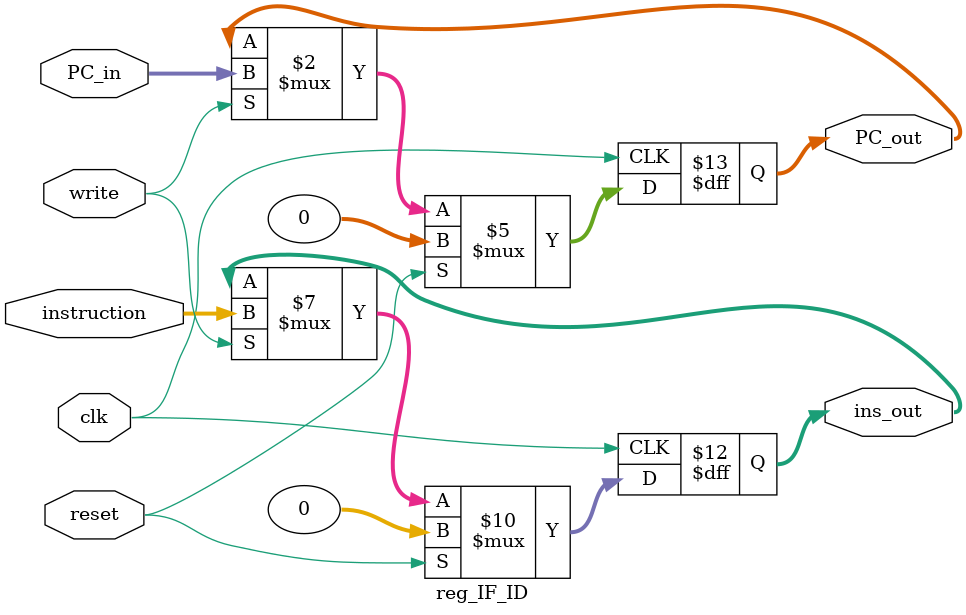
<source format=v>
`timescale 1ns / 1ps


module reg_IF_ID(clk,reset,write,instruction,PC_in,ins_out,PC_out);
input [31:0] instruction;
input [31:0] PC_in;
input reset,write,clk;
output reg [31:0] ins_out;
output reg [31:0] PC_out;

    always @(posedge clk)
        if (reset)
        begin
            ins_out <= 0;
            PC_out <= 0;
        end
        else    
        begin
            if (write)
            begin
                ins_out <= instruction;
                PC_out <= PC_in;
            end
        end

/*module reg_pipeline(rin,rout,reset,en,clk);
    //output rout;
    output reg [7:0] rout;
    input [7:0] rin;
    input reset,en,clk;
    always @(posedge clk)
        if (reset)
            rout <= 0;
        else    if (en)
            rout <= rin;
endmodule*/
endmodule

</source>
